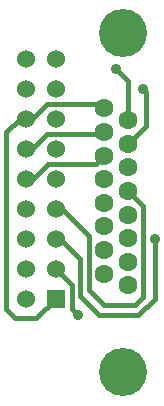
<source format=gtl>
G04 (created by PCBNEW-RS274X (2010-12-23 BZR 2684)-stable) date 12/2/2011 7:38:03 AM*
G01*
G70*
G90*
%MOIN*%
G04 Gerber Fmt 3.4, Leading zero omitted, Abs format*
%FSLAX34Y34*%
G04 APERTURE LIST*
%ADD10C,0.006000*%
%ADD11C,0.060000*%
%ADD12R,0.060000X0.060000*%
%ADD13C,0.063000*%
%ADD14C,0.160000*%
%ADD15C,0.035000*%
%ADD16C,0.016000*%
G04 APERTURE END LIST*
G54D10*
G54D11*
X66350Y-39050D03*
X65350Y-39050D03*
X65350Y-40050D03*
X66350Y-40050D03*
G54D12*
X66350Y-47050D03*
G54D11*
X65350Y-47050D03*
X66350Y-46050D03*
X65350Y-46050D03*
X66350Y-45050D03*
X65350Y-45050D03*
X66350Y-44050D03*
X65350Y-44050D03*
X66350Y-43050D03*
X65350Y-43050D03*
X66350Y-42050D03*
X65350Y-42050D03*
X66350Y-41050D03*
X65350Y-41050D03*
G54D13*
X68744Y-46606D03*
X67957Y-46212D03*
X68744Y-45819D03*
X67957Y-45425D03*
X68744Y-45031D03*
X67957Y-44638D03*
X68744Y-44244D03*
X67957Y-43850D03*
X68744Y-43457D03*
X67957Y-43063D03*
X68744Y-42669D03*
X67957Y-42275D03*
X68744Y-41882D03*
X67957Y-41488D03*
X68744Y-41094D03*
X67957Y-40701D03*
G54D14*
X68600Y-38200D03*
X68600Y-49500D03*
G54D15*
X68350Y-39400D03*
X69250Y-40050D03*
X69650Y-45050D03*
X67100Y-47600D03*
G54D16*
X65350Y-43050D02*
X65600Y-43050D01*
X67682Y-42550D02*
X67957Y-42275D01*
X65600Y-43050D02*
X66100Y-42550D01*
X66100Y-42550D02*
X67682Y-42550D01*
X68744Y-41094D02*
X68744Y-39794D01*
X68744Y-39794D02*
X68350Y-39400D01*
X69250Y-40050D02*
X69350Y-40150D01*
X69350Y-41276D02*
X68744Y-41882D01*
X69350Y-40150D02*
X69350Y-41276D01*
X66350Y-45050D02*
X66500Y-45050D01*
X69650Y-47050D02*
X69650Y-45050D01*
X69100Y-47600D02*
X69650Y-47050D01*
X67800Y-47600D02*
X69100Y-47600D01*
X67162Y-46962D02*
X67800Y-47600D01*
X67162Y-45712D02*
X67162Y-46962D01*
X66500Y-45050D02*
X67162Y-45712D01*
X66900Y-46600D02*
X66350Y-46050D01*
X66900Y-47400D02*
X66900Y-46600D01*
X67100Y-47600D02*
X66900Y-47400D01*
X65350Y-41050D02*
X65150Y-41050D01*
X65150Y-41050D02*
X64700Y-41500D01*
X64700Y-41500D02*
X64700Y-47400D01*
X64700Y-47400D02*
X65000Y-47700D01*
X65000Y-47700D02*
X65700Y-47700D01*
X65700Y-47700D02*
X66350Y-47050D01*
X67806Y-40550D02*
X67957Y-40701D01*
X65550Y-41050D02*
X66050Y-40550D01*
X66050Y-40550D02*
X67806Y-40550D01*
X65350Y-41050D02*
X65550Y-41050D01*
X65550Y-42050D02*
X66050Y-41550D01*
X66050Y-41550D02*
X67895Y-41550D01*
X65350Y-42050D02*
X65550Y-42050D01*
X67895Y-41550D02*
X67957Y-41488D01*
X67950Y-47250D02*
X69000Y-47250D01*
X66350Y-44050D02*
X66550Y-44050D01*
X67450Y-44950D02*
X67450Y-46750D01*
X69000Y-47250D02*
X69250Y-47000D01*
X69250Y-43963D02*
X68744Y-43457D01*
X66550Y-44050D02*
X67450Y-44950D01*
X67450Y-46750D02*
X67950Y-47250D01*
X69250Y-47000D02*
X69250Y-43963D01*
M02*

</source>
